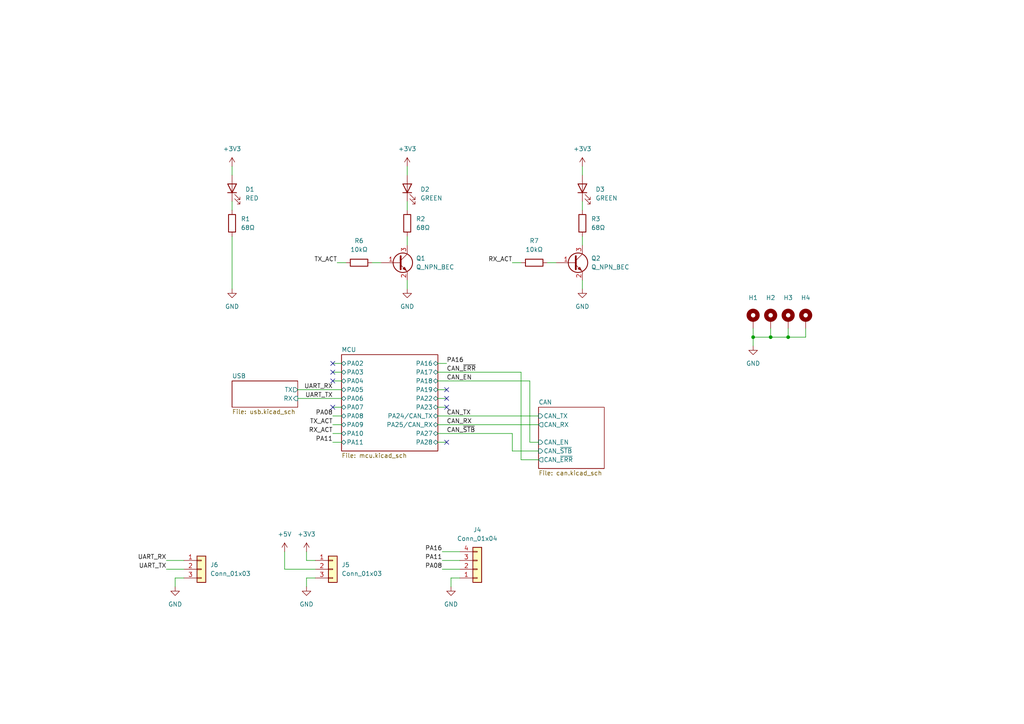
<source format=kicad_sch>
(kicad_sch (version 20211123) (generator eeschema)
  (paper "A4")
  (title_block (title "sam-fd") (date "2023-01-27") (rev "3") (company "Leon Rinkel") (comment 1 "leon@rinkel.me") (comment 2 "https://git.leon.fyi/leonrinkel/sam-fd"))
  (lib_symbols
    (symbol "Connector_Generic:Conn_01x03" (pin_names (offset 1.016) hide)
      (property "Reference" "J" (at 0 5.08 0))
      (property "Value" "Conn_01x03" (at 0 -5.08 0))
      (symbol "Conn_01x03_1_1"
        (rectangle (start -1.27 -2.413) (end 0 -2.667) (stroke (width 0.1524)))
        (rectangle (start -1.27 0.127) (end 0 -0.127) (stroke (width 0.1524)))
        (rectangle (start -1.27 2.667) (end 0 2.413) (stroke (width 0.1524)))
        (rectangle (start -1.27 3.81) (end 1.27 -3.81) (stroke (width 0.254)) (fill (type background)))
        (pin passive line (at -5.08 2.54 0) (length 3.81) (name "Pin_1") (number "1"))
        (pin passive line (at -5.08 0 0) (length 3.81) (name "Pin_2") (number "2"))
        (pin passive line (at -5.08 -2.54 0) (length 3.81) (name "Pin_3") (number "3"))
      )
    )
    (symbol "Connector_Generic:Conn_01x04" (pin_names (offset 1.016) hide)
      (property "Reference" "J" (at 0 5.08 0))
      (property "Value" "Conn_01x04" (at 0 -7.62 0))
      (symbol "Conn_01x04_1_1"
        (rectangle (start -1.27 -4.953) (end 0 -5.207) (stroke (width 0.1524)))
        (rectangle (start -1.27 -2.413) (end 0 -2.667) (stroke (width 0.1524)))
        (rectangle (start -1.27 0.127) (end 0 -0.127) (stroke (width 0.1524)))
        (rectangle (start -1.27 2.667) (end 0 2.413) (stroke (width 0.1524)))
        (rectangle (start -1.27 3.81) (end 1.27 -6.35) (stroke (width 0.254)) (fill (type background)))
        (pin passive line (at -5.08 2.54 0) (length 3.81) (name "Pin_1") (number "1"))
        (pin passive line (at -5.08 0 0) (length 3.81) (name "Pin_2") (number "2"))
        (pin passive line (at -5.08 -2.54 0) (length 3.81) (name "Pin_3") (number "3"))
        (pin passive line (at -5.08 -5.08 0) (length 3.81) (name "Pin_4") (number "4"))
      )
    )
    (symbol "Device:LED" (pin_numbers hide) (pin_names (offset 1.016) hide)
      (property "Reference" "D" (at 0 2.54 0))
      (property "Value" "LED" (at 0 -2.54 0))
      (symbol "LED_0_1"
        (polyline (pts (xy -1.27 -1.27) (xy -1.27 1.27)) (stroke (width 0.254)))
        (polyline (pts (xy -1.27 0) (xy 1.27 0)))
        (polyline (pts (xy 1.27 -1.27) (xy 1.27 1.27) (xy -1.27 0) (xy 1.27 -1.27)) (stroke (width 0.254)))
        (polyline (pts (xy -3.048 -0.762) (xy -4.572 -2.286) (xy -3.81 -2.286) (xy -4.572 -2.286) (xy -4.572 -1.524)))
        (polyline (pts (xy -1.778 -0.762) (xy -3.302 -2.286) (xy -2.54 -2.286) (xy -3.302 -2.286) (xy -3.302 -1.524)))
      )
      (symbol "LED_1_1"
        (pin passive line (at -3.81 0 0) (length 2.54) (name "K") (number "1"))
        (pin passive line (at 3.81 0 180) (length 2.54) (name "A") (number "2"))
      )
    )
    (symbol "Device:Q_NPN_BEC" (pin_names (offset 0) hide)
      (property "Reference" "Q" (at 5.08 1.27 0))
      (property "Value" "Q_NPN_BEC" (at 5.08 -1.27 0))
      (symbol "Q_NPN_BEC_0_1"
        (polyline (pts (xy 0.635 0.635) (xy 2.54 2.54)))
        (polyline (pts (xy 0.635 -0.635) (xy 2.54 -2.54) (xy 2.54 -2.54)))
        (polyline (pts (xy 0.635 1.905) (xy 0.635 -1.905) (xy 0.635 -1.905)) (stroke (width 0.508)))
        (polyline (pts (xy 1.27 -1.778) (xy 1.778 -1.27) (xy 2.286 -2.286) (xy 1.27 -1.778) (xy 1.27 -1.778)) (fill (type outline)))
        (circle (center 1.27 0) (radius 2.8194) (stroke (width 0.254)))
      )
      (symbol "Q_NPN_BEC_1_1"
        (pin input line (at -5.08 0 0) (length 5.715) (name "B") (number "1"))
        (pin passive line (at 2.54 -5.08 90) (length 2.54) (name "E") (number "2"))
        (pin passive line (at 2.54 5.08 270) (length 2.54) (name "C") (number "3"))
      )
    )
    (symbol "Device:R" (pin_numbers hide) (pin_names (offset 0))
      (property "Reference" "R" (at 2.032 0 90))
      (property "Value" "R" (at 0 0 90))
      (symbol "R_0_1"
        (rectangle (start -1.016 -2.54) (end 1.016 2.54) (stroke (width 0.254)))
      )
      (symbol "R_1_1"
        (pin passive line (at 0 3.81 270) (length 1.27) (name "~") (number "1"))
        (pin passive line (at 0 -3.81 90) (length 1.27) (name "~") (number "2"))
      )
    )
    (symbol "Mechanical:MountingHole_Pad" (pin_numbers hide) (pin_names (offset 1.016) hide)
      (property "Reference" "H" (at 0 6.35 0))
      (property "Value" "MountingHole_Pad" (at 0 4.445 0))
      (symbol "MountingHole_Pad_0_1"
        (circle (center 0 1.27) (radius 1.27) (stroke (width 1.27)))
      )
      (symbol "MountingHole_Pad_1_1"
        (pin input line (at 0 -2.54 90) (length 2.54) (name "1") (number "1"))
      )
    )
    (symbol "power:+3V3" (power) (pin_names (offset 0))
      (property "Value" "+3V3" (at 0 3.556 0))
      (symbol "+3V3_0_1"
        (polyline (pts (xy -0.762 1.27) (xy 0 2.54)))
        (polyline (pts (xy 0 0) (xy 0 2.54)))
        (polyline (pts (xy 0 2.54) (xy 0.762 1.27)))
      )
      (symbol "+3V3_1_1"
        (pin power_in line (at 0 0 90) (length 0) hide (name "+3V3") (number "1"))
      )
    )
    (symbol "power:+5V" (power) (pin_names (offset 0))
      (property "Value" "+5V" (at 0 3.556 0))
      (symbol "+5V_0_1"
        (polyline (pts (xy -0.762 1.27) (xy 0 2.54)))
        (polyline (pts (xy 0 0) (xy 0 2.54)))
        (polyline (pts (xy 0 2.54) (xy 0.762 1.27)))
      )
      (symbol "+5V_1_1"
        (pin power_in line (at 0 0 90) (length 0) hide (name "+5V") (number "1"))
      )
    )
    (symbol "power:GND" (power) (pin_names (offset 0))
      (property "Value" "GND" (at 0 -3.81 0))
      (symbol "GND_0_1"
        (polyline (pts (xy 0 0) (xy 0 -1.27) (xy 1.27 -1.27) (xy 0 -2.54) (xy -1.27 -1.27) (xy 0 -1.27)))
      )
      (symbol "GND_1_1"
        (pin power_in line (at 0 0 270) (length 0) hide (name "GND") (number "1"))
      )
    )
  )
  (junction (at 218.44 97.79))
  (junction (at 223.52 97.79))
  (junction (at 228.6 97.79))
  (no_connect (at 129.54 118.11))
  (no_connect (at 129.54 113.03))
  (no_connect (at 96.52 105.41))
  (no_connect (at 129.54 115.57))
  (no_connect (at 129.54 128.27))
  (no_connect (at 96.52 110.49))
  (no_connect (at 96.52 107.95))
  (no_connect (at 96.52 118.11))
  (wire (pts (xy 158.75 76.2) (xy 161.29 76.2)))
  (wire (pts (xy 118.11 48.26) (xy 118.11 50.8)))
  (wire (pts (xy 127 123.19) (xy 156.21 123.19)))
  (wire (pts (xy 233.68 95.25) (xy 233.68 97.79)))
  (wire (pts (xy 168.91 68.58) (xy 168.91 71.12)))
  (wire (pts (xy 127 110.49) (xy 153.67 110.49)))
  (wire (pts (xy 50.8 167.64) (xy 53.34 167.64)))
  (wire (pts (xy 118.11 58.42) (xy 118.11 60.96)))
  (wire (pts (xy 127 125.73) (xy 148.59 125.73)))
  (wire (pts (xy 156.21 133.35) (xy 151.13 133.35)))
  (wire (pts (xy 127 128.27) (xy 129.54 128.27)))
  (wire (pts (xy 88.9 167.64) (xy 91.44 167.64)))
  (wire (pts (xy 153.67 110.49) (xy 153.67 128.27)))
  (wire (pts (xy 118.11 68.58) (xy 118.11 71.12)))
  (wire (pts (xy 128.27 165.1) (xy 133.35 165.1)))
  (wire (pts (xy 127 107.95) (xy 151.13 107.95)))
  (wire (pts (xy 86.36 113.03) (xy 99.06 113.03)))
  (wire (pts (xy 128.27 162.56) (xy 133.35 162.56)))
  (wire (pts (xy 96.52 125.73) (xy 99.06 125.73)))
  (wire (pts (xy 82.55 165.1) (xy 91.44 165.1)))
  (wire (pts (xy 88.9 170.18) (xy 88.9 167.64)))
  (wire (pts (xy 96.52 128.27) (xy 99.06 128.27)))
  (wire (pts (xy 96.52 120.65) (xy 99.06 120.65)))
  (wire (pts (xy 67.31 58.42) (xy 67.31 60.96)))
  (wire (pts (xy 168.91 48.26) (xy 168.91 50.8)))
  (wire (pts (xy 218.44 97.79) (xy 223.52 97.79)))
  (wire (pts (xy 96.52 105.41) (xy 99.06 105.41)))
  (wire (pts (xy 228.6 97.79) (xy 233.68 97.79)))
  (wire (pts (xy 107.95 76.2) (xy 110.49 76.2)))
  (wire (pts (xy 88.9 162.56) (xy 91.44 162.56)))
  (wire (pts (xy 223.52 95.25) (xy 223.52 97.79)))
  (wire (pts (xy 48.26 165.1) (xy 53.34 165.1)))
  (wire (pts (xy 67.31 68.58) (xy 67.31 83.82)))
  (wire (pts (xy 127 120.65) (xy 156.21 120.65)))
  (wire (pts (xy 151.13 133.35) (xy 151.13 107.95)))
  (wire (pts (xy 130.81 167.64) (xy 133.35 167.64)))
  (wire (pts (xy 97.79 76.2) (xy 100.33 76.2)))
  (wire (pts (xy 156.21 130.81) (xy 148.59 130.81)))
  (wire (pts (xy 127 118.11) (xy 129.54 118.11)))
  (wire (pts (xy 218.44 97.79) (xy 218.44 100.33)))
  (wire (pts (xy 50.8 170.18) (xy 50.8 167.64)))
  (wire (pts (xy 86.36 115.57) (xy 99.06 115.57)))
  (wire (pts (xy 82.55 160.02) (xy 82.55 165.1)))
  (wire (pts (xy 88.9 160.02) (xy 88.9 162.56)))
  (wire (pts (xy 127 115.57) (xy 129.54 115.57)))
  (wire (pts (xy 96.52 107.95) (xy 99.06 107.95)))
  (wire (pts (xy 148.59 76.2) (xy 151.13 76.2)))
  (wire (pts (xy 96.52 118.11) (xy 99.06 118.11)))
  (wire (pts (xy 130.81 170.18) (xy 130.81 167.64)))
  (wire (pts (xy 168.91 81.28) (xy 168.91 83.82)))
  (wire (pts (xy 118.11 81.28) (xy 118.11 83.82)))
  (wire (pts (xy 228.6 95.25) (xy 228.6 97.79)))
  (wire (pts (xy 223.52 97.79) (xy 228.6 97.79)))
  (wire (pts (xy 96.52 110.49) (xy 99.06 110.49)))
  (wire (pts (xy 127 105.41) (xy 129.54 105.41)))
  (wire (pts (xy 153.67 128.27) (xy 156.21 128.27)))
  (wire (pts (xy 148.59 130.81) (xy 148.59 125.73)))
  (wire (pts (xy 128.27 160.02) (xy 133.35 160.02)))
  (wire (pts (xy 96.52 123.19) (xy 99.06 123.19)))
  (wire (pts (xy 168.91 58.42) (xy 168.91 60.96)))
  (wire (pts (xy 48.26 162.56) (xy 53.34 162.56)))
  (wire (pts (xy 218.44 95.25) (xy 218.44 97.79)))
  (wire (pts (xy 67.31 48.26) (xy 67.31 50.8)))
  (wire (pts (xy 127 113.03) (xy 129.54 113.03)))
  (label "PA11" (at 96.52 128.27 180))
  (label "UART_RX" (at 48.26 162.56 180))
  (label "CAN_RX" (at 129.54 123.19 0))
  (label "UART_TX" (at 48.26 165.1 180))
  (label "CAN_TX" (at 129.54 120.65 0))
  (label "CAN_EN" (at 129.54 110.49 0))
  (label "PA16" (at 128.27 160.02 180))
  (label "RX_ACT" (at 148.59 76.2 180))
  (label "CAN_~{ERR}" (at 129.54 107.95 0))
  (label "UART_RX" (at 96.52 113.03 180))
  (label "CAN_~{STB}" (at 129.54 125.73 0))
  (label "RX_ACT" (at 96.52 125.73 180))
  (label "PA16" (at 129.54 105.41 0))
  (label "TX_ACT" (at 97.79 76.2 180))
  (label "PA08" (at 96.52 120.65 180))
  (label "PA11" (at 128.27 162.56 180))
  (label "TX_ACT" (at 96.52 123.19 180))
  (label "UART_TX" (at 96.52 115.57 180))
  (label "PA08" (at 128.27 165.1 180))
  (symbol (lib_id "Device:R") (at 168.91 64.77 0) (unit 1)
    (property "Reference" "R3" (at 171.45 63.4999 0) (effects (justify left)))
    (property "Value" "68Ω" (at 171.45 66.0399 0) (effects (justify left)))
    (property "Footprint" "Resistor_SMD:R_0402_1005Metric" (effects hide))
    (property "Datasheet" "./datasheets/PYu_RC_Group_51_RoHS_L_11-1984063.pdf" (effects hide))
    (property "Mfr." "YAGEO" (effects hide))
    (property "Mfr. No" "RC0402FR-0768RL" (effects hide))
    (property "Mouser No" "603-RC0402FR-0768RL" (effects hide))
  )
  (symbol (lib_id "Connector_Generic:Conn_01x04") (at 138.43 165.1 0) (mirror x) (unit 1)
    (property "Reference" "J4" (at 138.43 153.67 0))
    (property "Value" "Conn_01x04" (at 138.43 156.21 0))
    (property "Footprint" "sam-fd:CastellatedHoles_1x04_P2.54mm" (effects hide))
  )
  (symbol (lib_id "Device:R") (at 154.94 76.2 90) (unit 1)
    (property "Reference" "R7" (at 154.94 69.85 90))
    (property "Value" "10kΩ" (at 154.94 72.39 90))
    (property "Footprint" "Resistor_SMD:R_0402_1005Metric" (effects hide))
    (property "Datasheet" "./datasheets/PYu_RC_Group_51_RoHS_L_11-1984063.pdf" (effects hide))
    (property "Mouser No" "603-RC0402FR-0710KL" (effects hide))
    (property "Mfr. No" "RC0402FR-0710KL" (effects hide))
    (property "Mfr." "YAGEO" (effects hide))
  )
  (symbol (lib_id "power:+3V3") (at 67.31 48.26 0) (unit 1)
    (property "Reference" "#PWR0104" (effects hide))
    (property "Value" "+3V3" (at 67.31 43.18 0))
  )
  (symbol (lib_id "Mechanical:MountingHole_Pad") (at 223.52 92.71 0) (unit 1)
    (property "Reference" "H2" (at 223.52 86.36 0))
    (property "Value" "MountingHole_Pad" (effects hide))
    (property "Footprint" "MountingHole:MountingHole_2.2mm_M2_Pad_Via" (effects hide))
  )
  (symbol (lib_id "power:GND") (at 218.44 100.33 0) (unit 1)
    (property "Reference" "#PWR0101" (effects hide))
    (property "Value" "GND" (at 218.44 105.41 0))
  )
  (symbol (lib_id "Mechanical:MountingHole_Pad") (at 233.68 92.71 0) (unit 1)
    (property "Reference" "H4" (at 233.68 86.36 0))
    (property "Value" "MountingHole_Pad" (effects hide))
    (property "Footprint" "MountingHole:MountingHole_2.2mm_M2_Pad_Via" (effects hide))
  )
  (symbol (lib_id "Mechanical:MountingHole_Pad") (at 228.6 92.71 0) (unit 1)
    (property "Reference" "H3" (at 228.6 86.36 0))
    (property "Value" "MountingHole_Pad" (effects hide))
    (property "Footprint" "MountingHole:MountingHole_2.2mm_M2_Pad_Via" (effects hide))
  )
  (symbol (lib_id "Device:LED") (at 67.31 54.61 90) (unit 1)
    (property "Reference" "D1" (at 71.12 54.9274 90) (effects (justify right)))
    (property "Value" "RED" (at 71.12 57.4674 90) (effects (justify right)))
    (property "Footprint" "LED_SMD:LED_0603_1608Metric" (effects hide))
    (property "Datasheet" "./datasheets/LTST_C190KRKT-1141828.pdf" (effects hide))
    (property "Mfr." "Lite-On" (effects hide))
    (property "Mfr. No" "LTST-C190KRKT" (effects hide))
    (property "Mouser No" "859-LTST-C190KRKT" (effects hide))
  )
  (symbol (lib_id "Device:R") (at 104.14 76.2 90) (unit 1)
    (property "Reference" "R6" (at 104.14 69.85 90))
    (property "Value" "10kΩ" (at 104.14 72.39 90))
    (property "Footprint" "Resistor_SMD:R_0402_1005Metric" (effects hide))
    (property "Datasheet" "./datasheets/PYu_RC_Group_51_RoHS_L_11-1984063.pdf" (effects hide))
    (property "Mouser No" "603-RC0402FR-0710KL" (effects hide))
    (property "Mfr. No" "RC0402FR-0710KL" (effects hide))
    (property "Mfr." "YAGEO" (effects hide))
  )
  (symbol (lib_id "power:GND") (at 168.91 83.82 0) (unit 1)
    (property "Reference" "#PWR0153" (effects hide))
    (property "Value" "GND" (at 168.91 88.9 0))
  )
  (symbol (lib_id "power:+3V3") (at 168.91 48.26 0) (unit 1)
    (property "Reference" "#PWR0103" (effects hide))
    (property "Value" "+3V3" (at 168.91 43.18 0))
  )
  (symbol (lib_id "power:GND") (at 88.9 170.18 0) (unit 1)
    (property "Reference" "#PWR0158" (effects hide))
    (property "Value" "GND" (at 88.9 175.26 0))
  )
  (symbol (lib_id "power:GND") (at 50.8 170.18 0) (unit 1)
    (property "Reference" "#PWR0159" (effects hide))
    (property "Value" "GND" (at 50.8 175.26 0))
  )
  (symbol (lib_id "Mechanical:MountingHole_Pad") (at 218.44 92.71 0) (unit 1)
    (property "Reference" "H1" (at 218.44 86.36 0))
    (property "Value" "MountingHole_Pad" (effects hide))
    (property "Footprint" "MountingHole:MountingHole_2.2mm_M2_Pad_Via" (effects hide))
  )
  (symbol (lib_id "power:+3V3") (at 118.11 48.26 0) (unit 1)
    (property "Reference" "#PWR0105" (effects hide))
    (property "Value" "+3V3" (at 118.11 43.18 0))
  )
  (symbol (lib_id "Device:Q_NPN_BEC") (at 115.57 76.2 0) (unit 1)
    (property "Reference" "Q1" (at 120.65 74.9299 0) (effects (justify left)))
    (property "Value" "Q_NPN_BEC" (at 120.65 77.4699 0) (effects (justify left)))
    (property "Footprint" "Package_TO_SOT_SMD:SOT-23" (effects hide))
    (property "Datasheet" "./datasheets/MMSS8050_SOT_23_-1626440.pdf" (effects hide))
    (property "Mouser No" "833-MMSS8050-L-TP" (effects hide))
    (property "Mfr. No" "MMSS8050-L-TP" (effects hide))
    (property "Mfr." "Micro Commercial Components (MCC)" (effects hide))
  )
  (symbol (lib_id "Device:LED") (at 118.11 54.61 90) (unit 1)
    (property "Reference" "D2" (at 121.92 54.9274 90) (effects (justify right)))
    (property "Value" "GREEN" (at 121.92 57.4674 90) (effects (justify right)))
    (property "Footprint" "LED_SMD:LED_0603_1608Metric" (effects hide))
    (property "Datasheet" "./datasheets/LTST_C190KGKT-1141861.pdf" (effects hide))
    (property "Mfr." "Lite-On" (effects hide))
    (property "Mfr. No" "LTST-C190KGKT" (effects hide))
    (property "Mouser No" "859-LTST-C190KGKT" (effects hide))
  )
  (symbol (lib_id "power:+3V3") (at 88.9 160.02 0) (unit 1)
    (property "Reference" "#PWR0157" (effects hide))
    (property "Value" "+3V3" (at 88.9 154.94 0))
  )
  (symbol (lib_id "power:GND") (at 67.31 83.82 0) (unit 1)
    (property "Reference" "#PWR0102" (effects hide))
    (property "Value" "GND" (at 67.31 88.9 0))
  )
  (symbol (lib_id "Device:LED") (at 168.91 54.61 90) (unit 1)
    (property "Reference" "D3" (at 172.72 54.9274 90) (effects (justify right)))
    (property "Value" "GREEN" (at 172.72 57.4674 90) (effects (justify right)))
    (property "Footprint" "LED_SMD:LED_0603_1608Metric" (effects hide))
    (property "Datasheet" "./datasheets/LTST_C190KGKT-1141861.pdf" (effects hide))
    (property "Mfr." "Lite-On" (effects hide))
    (property "Mfr. No" "LTST-C190KGKT" (effects hide))
    (property "Mouser No" "859-LTST-C190KGKT" (effects hide))
  )
  (symbol (lib_id "Connector_Generic:Conn_01x03") (at 58.42 165.1 0) (unit 1)
    (property "Reference" "J6" (at 60.96 163.8299 0) (effects (justify left)))
    (property "Value" "Conn_01x03" (at 60.96 166.3699 0) (effects (justify left)))
    (property "Footprint" "sam-fd:CastellatedHoles_1x03_P2.54mm" (effects hide))
  )
  (symbol (lib_id "power:GND") (at 118.11 83.82 0) (unit 1)
    (property "Reference" "#PWR0154" (effects hide))
    (property "Value" "GND" (at 118.11 88.9 0))
  )
  (symbol (lib_id "Device:R") (at 118.11 64.77 0) (unit 1)
    (property "Reference" "R2" (at 120.65 63.4999 0) (effects (justify left)))
    (property "Value" "68Ω" (at 120.65 66.0399 0) (effects (justify left)))
    (property "Footprint" "Resistor_SMD:R_0402_1005Metric" (effects hide))
    (property "Datasheet" "./datasheets/PYu_RC_Group_51_RoHS_L_11-1984063.pdf" (effects hide))
    (property "Mfr." "YAGEO" (effects hide))
    (property "Mfr. No" "RC0402FR-0768RL" (effects hide))
    (property "Mouser No" "603-RC0402FR-0768RL" (effects hide))
  )
  (symbol (lib_id "power:GND") (at 130.81 170.18 0) (unit 1)
    (property "Reference" "#PWR0155" (effects hide))
    (property "Value" "GND" (at 130.81 175.26 0))
  )
  (symbol (lib_id "power:+5V") (at 82.55 160.02 0) (unit 1)
    (property "Reference" "#PWR0156" (effects hide))
    (property "Value" "+5V" (at 82.55 154.94 0))
  )
  (symbol (lib_id "Connector_Generic:Conn_01x03") (at 96.52 165.1 0) (unit 1)
    (property "Reference" "J5" (at 99.06 163.8299 0) (effects (justify left)))
    (property "Value" "Conn_01x03" (at 99.06 166.3699 0) (effects (justify left)))
    (property "Footprint" "sam-fd:CastellatedHoles_1x03_P2.54mm" (effects hide))
  )
  (symbol (lib_id "Device:Q_NPN_BEC") (at 166.37 76.2 0) (unit 1)
    (property "Reference" "Q2" (at 171.45 74.9299 0) (effects (justify left)))
    (property "Value" "Q_NPN_BEC" (at 171.45 77.4699 0) (effects (justify left)))
    (property "Footprint" "Package_TO_SOT_SMD:SOT-23" (effects hide))
    (property "Datasheet" "./datasheets/MMSS8050_SOT_23_-1626440.pdf" (effects hide))
    (property "Mouser No" "833-MMSS8050-L-TP" (effects hide))
    (property "Mfr. No" "MMSS8050-L-TP" (effects hide))
    (property "Mfr." "Micro Commercial Components (MCC)" (effects hide))
  )
  (symbol (lib_id "Device:R") (at 67.31 64.77 0) (unit 1)
    (property "Reference" "R1" (at 69.85 63.4999 0) (effects (justify left)))
    (property "Value" "68Ω" (at 69.85 66.0399 0) (effects (justify left)))
    (property "Footprint" "Resistor_SMD:R_0402_1005Metric" (effects hide))
    (property "Datasheet" "./datasheets/PYu_RC_Group_51_RoHS_L_11-1984063.pdf" (effects hide))
    (property "Mfr." "YAGEO" (effects hide))
    (property "Mfr. No" "RC0402FR-0768RL" (effects hide))
    (property "Mouser No" "603-RC0402FR-0768RL" (effects hide))
  )
  (sheet (at 99.06 102.87) (size 27.94 27.94) (stroke (width 0.1524))
    (property "Sheet name" "MCU" (at 99.06 102.1584 0) (effects (justify left bottom)))
    (property "Sheet file" "mcu.kicad_sch" (at 99.06 131.3946 0) (effects (justify left top)))
    (pin "PA17" bidirectional (at 127 107.95 0))
    (pin "PA18" bidirectional (at 127 110.49 0))
    (pin "PA19" bidirectional (at 127 113.03 0))
    (pin "PA16" bidirectional (at 127 105.41 0))
    (pin "PA22" bidirectional (at 127 115.57 0))
    (pin "PA23" bidirectional (at 127 118.11 0))
    (pin "PA24{slash}CAN_TX" bidirectional (at 127 120.65 0))
    (pin "PA25{slash}CAN_RX" bidirectional (at 127 123.19 0))
    (pin "PA27" bidirectional (at 127 125.73 0))
    (pin "PA28" bidirectional (at 127 128.27 0))
    (pin "PA02" bidirectional (at 99.06 105.41 180))
    (pin "PA03" bidirectional (at 99.06 107.95 180))
    (pin "PA04" bidirectional (at 99.06 110.49 180))
    (pin "PA05" bidirectional (at 99.06 113.03 180))
    (pin "PA06" bidirectional (at 99.06 115.57 180))
    (pin "PA07" bidirectional (at 99.06 118.11 180))
    (pin "PA08" bidirectional (at 99.06 120.65 180))
    (pin "PA09" bidirectional (at 99.06 123.19 180))
    (pin "PA10" bidirectional (at 99.06 125.73 180))
    (pin "PA11" bidirectional (at 99.06 128.27 180))
  )
  (sheet (at 67.31 110.49) (size 19.05 7.62) (stroke (width 0.1524))
    (property "Sheet name" "USB" (at 67.31 109.7784 0) (effects (justify left bottom)))
    (property "Sheet file" "usb.kicad_sch" (at 67.31 118.6946 0) (effects (justify left top)))
    (pin "RX" input (at 86.36 115.57 0))
    (pin "TX" output (at 86.36 113.03 0))
  )
  (sheet (at 156.21 118.11) (size 19.05 17.78) (stroke (width 0.1524))
    (property "Sheet name" "CAN" (at 156.21 117.3984 0) (effects (justify left bottom)))
    (property "Sheet file" "can.kicad_sch" (at 156.21 136.4746 0) (effects (justify left top)))
    (pin "CAN_RX" output (at 156.21 123.19 180))
    (pin "CAN_EN" input (at 156.21 128.27 180))
    (pin "CAN_~{STB}" input (at 156.21 130.81 180))
    (pin "CAN_~{ERR}" output (at 156.21 133.35 180))
    (pin "CAN_TX" input (at 156.21 120.65 180))
  )
)
</source>
